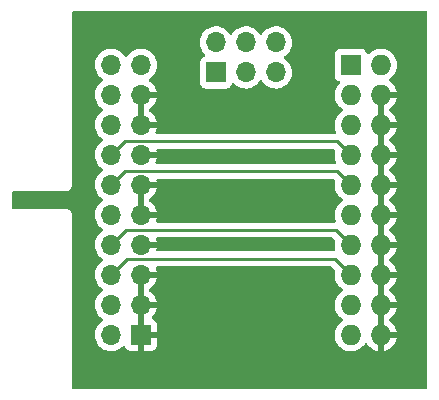
<source format=gbr>
G04 #@! TF.GenerationSoftware,KiCad,Pcbnew,(6.0.8)*
G04 #@! TF.CreationDate,2023-03-10T19:02:43+01:00*
G04 #@! TF.ProjectId,Jlink_power_supply,4a6c696e-6b5f-4706-9f77-65725f737570,rev?*
G04 #@! TF.SameCoordinates,Original*
G04 #@! TF.FileFunction,Copper,L2,Bot*
G04 #@! TF.FilePolarity,Positive*
%FSLAX46Y46*%
G04 Gerber Fmt 4.6, Leading zero omitted, Abs format (unit mm)*
G04 Created by KiCad (PCBNEW (6.0.8)) date 2023-03-10 19:02:43*
%MOMM*%
%LPD*%
G01*
G04 APERTURE LIST*
G04 #@! TA.AperFunction,ComponentPad*
%ADD10R,1.727200X1.727200*%
G04 #@! TD*
G04 #@! TA.AperFunction,ComponentPad*
%ADD11O,1.727200X1.727200*%
G04 #@! TD*
G04 #@! TA.AperFunction,ComponentPad*
%ADD12R,1.700000X1.700000*%
G04 #@! TD*
G04 #@! TA.AperFunction,ComponentPad*
%ADD13O,1.700000X1.700000*%
G04 #@! TD*
G04 #@! TA.AperFunction,ViaPad*
%ADD14C,0.800000*%
G04 #@! TD*
G04 #@! TA.AperFunction,Conductor*
%ADD15C,0.250000*%
G04 #@! TD*
G04 APERTURE END LIST*
D10*
X137160000Y-96520000D03*
D11*
X139700000Y-96520000D03*
X137160000Y-99060000D03*
X139700000Y-99060000D03*
X137160000Y-101600000D03*
X139700000Y-101600000D03*
X137160000Y-104140000D03*
X139700000Y-104140000D03*
X137160000Y-106680000D03*
X139700000Y-106680000D03*
X137160000Y-109220000D03*
X139700000Y-109220000D03*
X137160000Y-111760000D03*
X139700000Y-111760000D03*
X137160000Y-114300000D03*
X139700000Y-114300000D03*
X137160000Y-116840000D03*
X139700000Y-116840000D03*
X137160000Y-119380000D03*
X139700000Y-119380000D03*
D12*
X125730000Y-97155000D03*
D13*
X125730000Y-94615000D03*
X128270000Y-97155000D03*
X128270000Y-94615000D03*
X130810000Y-97155000D03*
X130810000Y-94615000D03*
D12*
X119380000Y-119380000D03*
D13*
X116840000Y-119380000D03*
X119380000Y-116840000D03*
X116840000Y-116840000D03*
X119380000Y-114300000D03*
X116840000Y-114300000D03*
X119380000Y-111760000D03*
X116840000Y-111760000D03*
X119380000Y-109220000D03*
X116840000Y-109220000D03*
X119380000Y-106680000D03*
X116840000Y-106680000D03*
X119380000Y-104140000D03*
X116840000Y-104140000D03*
X119380000Y-101600000D03*
X116840000Y-101600000D03*
X119380000Y-99060000D03*
X116840000Y-99060000D03*
X119380000Y-96520000D03*
X116840000Y-96520000D03*
D14*
X128905000Y-114300000D03*
D15*
X136296401Y-103276401D02*
X137160000Y-104140000D01*
X116840000Y-104140000D02*
X118015001Y-102964999D01*
X118015001Y-102964999D02*
X135984999Y-102964999D01*
X135984999Y-102964999D02*
X136296401Y-103276401D01*
X135984999Y-105504999D02*
X136296401Y-105816401D01*
X116840000Y-106680000D02*
X118015001Y-105504999D01*
X118015001Y-105504999D02*
X135984999Y-105504999D01*
X136296401Y-105816401D02*
X137160000Y-106680000D01*
X118110000Y-110490000D02*
X135890000Y-110490000D01*
X136296401Y-110896401D02*
X137160000Y-111760000D01*
X116840000Y-111760000D02*
X118110000Y-110490000D01*
X135890000Y-110490000D02*
X136296401Y-110896401D01*
X136296401Y-113436401D02*
X137160000Y-114300000D01*
X116840000Y-114300000D02*
X118204999Y-112935001D01*
X118204999Y-112935001D02*
X135795001Y-112935001D01*
X135795001Y-112935001D02*
X136296401Y-113436401D01*
G04 #@! TA.AperFunction,Conductor*
G36*
X143578621Y-91968502D02*
G01*
X143625114Y-92022158D01*
X143636500Y-92074500D01*
X143636500Y-123825500D01*
X143616498Y-123893621D01*
X143562842Y-123940114D01*
X143510500Y-123951500D01*
X113664500Y-123951500D01*
X113596379Y-123931498D01*
X113549886Y-123877842D01*
X113538500Y-123825500D01*
X113538500Y-119346695D01*
X115477251Y-119346695D01*
X115490110Y-119569715D01*
X115491247Y-119574761D01*
X115491248Y-119574767D01*
X115505449Y-119637778D01*
X115539222Y-119787639D01*
X115623266Y-119994616D01*
X115739987Y-120185088D01*
X115886250Y-120353938D01*
X116058126Y-120496632D01*
X116251000Y-120609338D01*
X116459692Y-120689030D01*
X116464760Y-120690061D01*
X116464763Y-120690062D01*
X116526803Y-120702684D01*
X116678597Y-120733567D01*
X116683772Y-120733757D01*
X116683774Y-120733757D01*
X116896673Y-120741564D01*
X116896677Y-120741564D01*
X116901837Y-120741753D01*
X116906957Y-120741097D01*
X116906959Y-120741097D01*
X117118288Y-120714025D01*
X117118289Y-120714025D01*
X117123416Y-120713368D01*
X117157421Y-120703166D01*
X117332429Y-120650661D01*
X117332434Y-120650659D01*
X117337384Y-120649174D01*
X117537994Y-120550896D01*
X117719860Y-120421173D01*
X117787331Y-120353938D01*
X117828479Y-120312933D01*
X117890851Y-120279017D01*
X117961658Y-120284205D01*
X118018419Y-120326851D01*
X118035401Y-120357954D01*
X118076676Y-120468054D01*
X118085214Y-120483649D01*
X118161715Y-120585724D01*
X118174276Y-120598285D01*
X118276351Y-120674786D01*
X118291946Y-120683324D01*
X118412394Y-120728478D01*
X118427649Y-120732105D01*
X118478514Y-120737631D01*
X118485328Y-120738000D01*
X119107885Y-120738000D01*
X119123124Y-120733525D01*
X119124329Y-120732135D01*
X119126000Y-120724452D01*
X119126000Y-120719884D01*
X119634000Y-120719884D01*
X119638475Y-120735123D01*
X119639865Y-120736328D01*
X119647548Y-120737999D01*
X120274669Y-120737999D01*
X120281490Y-120737629D01*
X120332352Y-120732105D01*
X120347604Y-120728479D01*
X120468054Y-120683324D01*
X120483649Y-120674786D01*
X120585724Y-120598285D01*
X120598285Y-120585724D01*
X120674786Y-120483649D01*
X120683324Y-120468054D01*
X120728478Y-120347606D01*
X120732105Y-120332351D01*
X120737631Y-120281486D01*
X120738000Y-120274672D01*
X120738000Y-119652115D01*
X120733525Y-119636876D01*
X120732135Y-119635671D01*
X120724452Y-119634000D01*
X119652115Y-119634000D01*
X119636876Y-119638475D01*
X119635671Y-119639865D01*
X119634000Y-119647548D01*
X119634000Y-120719884D01*
X119126000Y-120719884D01*
X119126000Y-119107885D01*
X119634000Y-119107885D01*
X119638475Y-119123124D01*
X119639865Y-119124329D01*
X119647548Y-119126000D01*
X120719884Y-119126000D01*
X120735123Y-119121525D01*
X120736328Y-119120135D01*
X120737999Y-119112452D01*
X120737999Y-118485331D01*
X120737629Y-118478510D01*
X120732105Y-118427648D01*
X120728479Y-118412396D01*
X120683324Y-118291946D01*
X120674786Y-118276351D01*
X120598285Y-118174276D01*
X120585724Y-118161715D01*
X120483649Y-118085214D01*
X120468054Y-118076676D01*
X120357297Y-118035155D01*
X120300533Y-117992513D01*
X120275833Y-117925952D01*
X120291040Y-117856603D01*
X120312587Y-117827922D01*
X120414057Y-117726805D01*
X120420730Y-117718965D01*
X120545003Y-117546020D01*
X120550313Y-117537183D01*
X120644670Y-117346267D01*
X120648469Y-117336672D01*
X120710377Y-117132910D01*
X120712555Y-117122837D01*
X120713986Y-117111962D01*
X120711775Y-117097778D01*
X120698617Y-117094000D01*
X119652115Y-117094000D01*
X119636876Y-117098475D01*
X119635671Y-117099865D01*
X119634000Y-117107548D01*
X119634000Y-119107885D01*
X119126000Y-119107885D01*
X119126000Y-116567885D01*
X119634000Y-116567885D01*
X119638475Y-116583124D01*
X119639865Y-116584329D01*
X119647548Y-116586000D01*
X120698344Y-116586000D01*
X120711875Y-116582027D01*
X120713180Y-116572947D01*
X120671214Y-116405875D01*
X120667894Y-116396124D01*
X120582972Y-116200814D01*
X120578105Y-116191739D01*
X120462426Y-116012926D01*
X120456136Y-116004757D01*
X120312806Y-115847240D01*
X120305273Y-115840215D01*
X120138139Y-115708222D01*
X120129552Y-115702517D01*
X120092116Y-115681851D01*
X120042146Y-115631419D01*
X120027374Y-115561976D01*
X120052490Y-115495571D01*
X120079842Y-115468964D01*
X120255327Y-115343792D01*
X120263200Y-115337139D01*
X120414052Y-115186812D01*
X120420730Y-115178965D01*
X120545003Y-115006020D01*
X120550313Y-114997183D01*
X120644670Y-114806267D01*
X120648469Y-114796672D01*
X120710377Y-114592910D01*
X120712555Y-114582837D01*
X120713986Y-114571962D01*
X120711775Y-114557778D01*
X120698617Y-114554000D01*
X119652115Y-114554000D01*
X119636876Y-114558475D01*
X119635671Y-114559865D01*
X119634000Y-114567548D01*
X119634000Y-116567885D01*
X119126000Y-116567885D01*
X119126000Y-113694501D01*
X119146002Y-113626380D01*
X119199658Y-113579887D01*
X119252000Y-113568501D01*
X119508000Y-113568501D01*
X119576121Y-113588503D01*
X119622614Y-113642159D01*
X119634000Y-113694501D01*
X119634000Y-114027885D01*
X119638475Y-114043124D01*
X119639865Y-114044329D01*
X119647548Y-114046000D01*
X120698344Y-114046000D01*
X120711875Y-114042027D01*
X120713180Y-114032947D01*
X120671214Y-113865875D01*
X120667894Y-113856124D01*
X120619465Y-113744743D01*
X120610645Y-113674296D01*
X120641312Y-113610265D01*
X120701729Y-113572977D01*
X120735015Y-113568501D01*
X135480407Y-113568501D01*
X135548528Y-113588503D01*
X135569502Y-113605406D01*
X135798727Y-113834631D01*
X135832753Y-113896943D01*
X135831050Y-113957397D01*
X135811503Y-114027885D01*
X135807585Y-114042013D01*
X135783609Y-114266362D01*
X135783906Y-114271514D01*
X135783906Y-114271518D01*
X135794692Y-114458574D01*
X135796597Y-114491614D01*
X135797734Y-114496660D01*
X135797735Y-114496666D01*
X135811978Y-114559865D01*
X135846200Y-114711720D01*
X135848142Y-114716502D01*
X135848143Y-114716506D01*
X135929142Y-114915982D01*
X135931086Y-114920769D01*
X135933785Y-114925173D01*
X136041341Y-115100689D01*
X136048975Y-115113147D01*
X136196702Y-115283687D01*
X136370299Y-115427810D01*
X136374751Y-115430412D01*
X136374756Y-115430415D01*
X136424069Y-115459231D01*
X136472792Y-115510870D01*
X136485863Y-115580653D01*
X136459131Y-115646425D01*
X136428595Y-115673783D01*
X136426335Y-115674960D01*
X136245905Y-115810430D01*
X136090024Y-115973550D01*
X135962878Y-116159940D01*
X135960704Y-116164624D01*
X135960702Y-116164627D01*
X135943905Y-116200814D01*
X135867881Y-116364593D01*
X135807585Y-116582013D01*
X135783609Y-116806362D01*
X135783906Y-116811514D01*
X135783906Y-116811518D01*
X135794692Y-116998574D01*
X135796597Y-117031614D01*
X135797734Y-117036660D01*
X135797735Y-117036666D01*
X135811978Y-117099865D01*
X135846200Y-117251720D01*
X135848142Y-117256502D01*
X135848143Y-117256506D01*
X135929142Y-117455982D01*
X135931086Y-117460769D01*
X135933785Y-117465173D01*
X136041341Y-117640689D01*
X136048975Y-117653147D01*
X136196702Y-117823687D01*
X136370299Y-117967810D01*
X136374751Y-117970412D01*
X136374756Y-117970415D01*
X136424069Y-117999231D01*
X136472792Y-118050870D01*
X136485863Y-118120653D01*
X136459131Y-118186425D01*
X136428595Y-118213783D01*
X136426335Y-118214960D01*
X136245905Y-118350430D01*
X136090024Y-118513550D01*
X135962878Y-118699940D01*
X135960704Y-118704624D01*
X135960702Y-118704627D01*
X135946214Y-118735840D01*
X135867881Y-118904593D01*
X135807585Y-119122013D01*
X135783609Y-119346362D01*
X135783906Y-119351514D01*
X135783906Y-119351518D01*
X135794692Y-119538574D01*
X135796597Y-119571614D01*
X135797734Y-119576660D01*
X135797735Y-119576666D01*
X135817805Y-119665721D01*
X135846200Y-119791720D01*
X135848142Y-119796502D01*
X135848143Y-119796506D01*
X135929142Y-119995982D01*
X135931086Y-120000769D01*
X135933785Y-120005173D01*
X136041341Y-120180689D01*
X136048975Y-120193147D01*
X136196702Y-120363687D01*
X136370299Y-120507810D01*
X136374751Y-120510412D01*
X136374756Y-120510415D01*
X136464091Y-120562618D01*
X136565103Y-120621645D01*
X136775884Y-120702134D01*
X136780952Y-120703165D01*
X136780955Y-120703166D01*
X136863127Y-120719884D01*
X136996981Y-120747117D01*
X137002156Y-120747307D01*
X137002158Y-120747307D01*
X137217292Y-120755196D01*
X137217296Y-120755196D01*
X137222456Y-120755385D01*
X137227576Y-120754729D01*
X137227578Y-120754729D01*
X137296985Y-120745838D01*
X137446253Y-120726716D01*
X137451202Y-120725231D01*
X137451208Y-120725230D01*
X137657413Y-120663365D01*
X137657412Y-120663365D01*
X137662363Y-120661880D01*
X137817817Y-120585724D01*
X137860331Y-120564897D01*
X137860336Y-120564894D01*
X137864982Y-120562618D01*
X137869192Y-120559615D01*
X137869197Y-120559612D01*
X138044455Y-120434601D01*
X138044459Y-120434597D01*
X138048667Y-120431596D01*
X138208487Y-120272333D01*
X138329686Y-120103667D01*
X138385680Y-120060019D01*
X138456384Y-120053573D01*
X138519348Y-120086376D01*
X138539441Y-120111358D01*
X138586682Y-120188448D01*
X138592765Y-120196759D01*
X138733665Y-120359417D01*
X138741032Y-120366633D01*
X138906606Y-120504095D01*
X138915053Y-120510010D01*
X139100859Y-120618586D01*
X139110146Y-120623036D01*
X139311198Y-120699810D01*
X139321091Y-120702684D01*
X139428248Y-120724485D01*
X139442300Y-120723290D01*
X139446000Y-120712945D01*
X139446000Y-120712229D01*
X139954000Y-120712229D01*
X139958064Y-120726071D01*
X139971479Y-120728105D01*
X139981025Y-120726882D01*
X139991095Y-120724742D01*
X140197225Y-120662900D01*
X140206832Y-120659134D01*
X140400076Y-120564464D01*
X140408934Y-120559185D01*
X140584141Y-120434211D01*
X140592003Y-120427567D01*
X140744445Y-120275656D01*
X140751122Y-120267811D01*
X140876702Y-120093047D01*
X140882013Y-120084208D01*
X140977358Y-119891292D01*
X140981156Y-119881699D01*
X141043716Y-119675791D01*
X141045893Y-119665721D01*
X141047705Y-119651960D01*
X141045493Y-119637778D01*
X141032336Y-119634000D01*
X139972115Y-119634000D01*
X139956876Y-119638475D01*
X139955671Y-119639865D01*
X139954000Y-119647548D01*
X139954000Y-120712229D01*
X139446000Y-120712229D01*
X139446000Y-119107885D01*
X139954000Y-119107885D01*
X139958475Y-119123124D01*
X139959865Y-119124329D01*
X139967548Y-119126000D01*
X141032367Y-119126000D01*
X141045898Y-119122027D01*
X141047203Y-119112947D01*
X141004133Y-118941477D01*
X141000813Y-118931726D01*
X140914999Y-118734365D01*
X140910133Y-118725290D01*
X140793239Y-118544601D01*
X140786947Y-118536430D01*
X140642113Y-118377260D01*
X140634580Y-118370234D01*
X140465691Y-118236855D01*
X140457108Y-118231153D01*
X140437599Y-118220383D01*
X140387628Y-118169950D01*
X140372856Y-118100507D01*
X140397972Y-118034102D01*
X140425323Y-118007496D01*
X140584133Y-117894217D01*
X140592003Y-117887567D01*
X140744445Y-117735656D01*
X140751122Y-117727811D01*
X140876702Y-117553047D01*
X140882013Y-117544208D01*
X140977358Y-117351292D01*
X140981156Y-117341699D01*
X141043716Y-117135791D01*
X141045893Y-117125721D01*
X141047705Y-117111960D01*
X141045493Y-117097778D01*
X141032336Y-117094000D01*
X139972115Y-117094000D01*
X139956876Y-117098475D01*
X139955671Y-117099865D01*
X139954000Y-117107548D01*
X139954000Y-119107885D01*
X139446000Y-119107885D01*
X139446000Y-116567885D01*
X139954000Y-116567885D01*
X139958475Y-116583124D01*
X139959865Y-116584329D01*
X139967548Y-116586000D01*
X141032367Y-116586000D01*
X141045898Y-116582027D01*
X141047203Y-116572947D01*
X141004133Y-116401477D01*
X141000813Y-116391726D01*
X140914999Y-116194365D01*
X140910133Y-116185290D01*
X140793239Y-116004601D01*
X140786947Y-115996430D01*
X140642113Y-115837260D01*
X140634580Y-115830234D01*
X140465691Y-115696855D01*
X140457108Y-115691153D01*
X140437599Y-115680383D01*
X140387628Y-115629950D01*
X140372856Y-115560507D01*
X140397972Y-115494102D01*
X140425323Y-115467496D01*
X140584133Y-115354217D01*
X140592003Y-115347567D01*
X140744445Y-115195656D01*
X140751122Y-115187811D01*
X140876702Y-115013047D01*
X140882013Y-115004208D01*
X140977358Y-114811292D01*
X140981156Y-114801699D01*
X141043716Y-114595791D01*
X141045893Y-114585721D01*
X141047705Y-114571960D01*
X141045493Y-114557778D01*
X141032336Y-114554000D01*
X139972115Y-114554000D01*
X139956876Y-114558475D01*
X139955671Y-114559865D01*
X139954000Y-114567548D01*
X139954000Y-116567885D01*
X139446000Y-116567885D01*
X139446000Y-114027885D01*
X139954000Y-114027885D01*
X139958475Y-114043124D01*
X139959865Y-114044329D01*
X139967548Y-114046000D01*
X141032367Y-114046000D01*
X141045898Y-114042027D01*
X141047203Y-114032947D01*
X141004133Y-113861477D01*
X141000813Y-113851726D01*
X140914999Y-113654365D01*
X140910133Y-113645290D01*
X140793239Y-113464601D01*
X140786947Y-113456430D01*
X140642113Y-113297260D01*
X140634580Y-113290234D01*
X140465691Y-113156855D01*
X140457108Y-113151153D01*
X140437599Y-113140383D01*
X140387628Y-113089950D01*
X140372856Y-113020507D01*
X140397972Y-112954102D01*
X140425323Y-112927496D01*
X140584133Y-112814217D01*
X140592003Y-112807567D01*
X140744445Y-112655656D01*
X140751122Y-112647811D01*
X140876702Y-112473047D01*
X140882013Y-112464208D01*
X140977358Y-112271292D01*
X140981156Y-112261699D01*
X141043716Y-112055791D01*
X141045893Y-112045721D01*
X141047705Y-112031960D01*
X141045493Y-112017778D01*
X141032336Y-112014000D01*
X139972115Y-112014000D01*
X139956876Y-112018475D01*
X139955671Y-112019865D01*
X139954000Y-112027548D01*
X139954000Y-114027885D01*
X139446000Y-114027885D01*
X139446000Y-111487885D01*
X139954000Y-111487885D01*
X139958475Y-111503124D01*
X139959865Y-111504329D01*
X139967548Y-111506000D01*
X141032367Y-111506000D01*
X141045898Y-111502027D01*
X141047203Y-111492947D01*
X141004133Y-111321477D01*
X141000813Y-111311726D01*
X140914999Y-111114365D01*
X140910133Y-111105290D01*
X140793239Y-110924601D01*
X140786947Y-110916430D01*
X140642113Y-110757260D01*
X140634580Y-110750234D01*
X140465691Y-110616855D01*
X140457108Y-110611153D01*
X140437599Y-110600383D01*
X140387628Y-110549950D01*
X140372856Y-110480507D01*
X140397972Y-110414102D01*
X140425323Y-110387496D01*
X140584133Y-110274217D01*
X140592003Y-110267567D01*
X140744445Y-110115656D01*
X140751122Y-110107811D01*
X140876702Y-109933047D01*
X140882013Y-109924208D01*
X140977358Y-109731292D01*
X140981156Y-109721699D01*
X141043716Y-109515791D01*
X141045893Y-109505721D01*
X141047705Y-109491960D01*
X141045493Y-109477778D01*
X141032336Y-109474000D01*
X139972115Y-109474000D01*
X139956876Y-109478475D01*
X139955671Y-109479865D01*
X139954000Y-109487548D01*
X139954000Y-111487885D01*
X139446000Y-111487885D01*
X139446000Y-108947885D01*
X139954000Y-108947885D01*
X139958475Y-108963124D01*
X139959865Y-108964329D01*
X139967548Y-108966000D01*
X141032367Y-108966000D01*
X141045898Y-108962027D01*
X141047203Y-108952947D01*
X141004133Y-108781477D01*
X141000813Y-108771726D01*
X140914999Y-108574365D01*
X140910133Y-108565290D01*
X140793239Y-108384601D01*
X140786947Y-108376430D01*
X140642113Y-108217260D01*
X140634580Y-108210234D01*
X140465691Y-108076855D01*
X140457108Y-108071153D01*
X140437599Y-108060383D01*
X140387628Y-108009950D01*
X140372856Y-107940507D01*
X140397972Y-107874102D01*
X140425323Y-107847496D01*
X140584133Y-107734217D01*
X140592003Y-107727567D01*
X140744445Y-107575656D01*
X140751122Y-107567811D01*
X140876702Y-107393047D01*
X140882013Y-107384208D01*
X140977358Y-107191292D01*
X140981156Y-107181699D01*
X141043716Y-106975791D01*
X141045893Y-106965721D01*
X141047705Y-106951960D01*
X141045493Y-106937778D01*
X141032336Y-106934000D01*
X139972115Y-106934000D01*
X139956876Y-106938475D01*
X139955671Y-106939865D01*
X139954000Y-106947548D01*
X139954000Y-108947885D01*
X139446000Y-108947885D01*
X139446000Y-106407885D01*
X139954000Y-106407885D01*
X139958475Y-106423124D01*
X139959865Y-106424329D01*
X139967548Y-106426000D01*
X141032367Y-106426000D01*
X141045898Y-106422027D01*
X141047203Y-106412947D01*
X141004133Y-106241477D01*
X141000813Y-106231726D01*
X140914999Y-106034365D01*
X140910133Y-106025290D01*
X140793239Y-105844601D01*
X140786947Y-105836430D01*
X140642113Y-105677260D01*
X140634580Y-105670234D01*
X140465691Y-105536855D01*
X140457108Y-105531153D01*
X140437599Y-105520383D01*
X140387628Y-105469950D01*
X140372856Y-105400507D01*
X140397972Y-105334102D01*
X140425323Y-105307496D01*
X140584133Y-105194217D01*
X140592003Y-105187567D01*
X140744445Y-105035656D01*
X140751122Y-105027811D01*
X140876702Y-104853047D01*
X140882013Y-104844208D01*
X140977358Y-104651292D01*
X140981156Y-104641699D01*
X141043716Y-104435791D01*
X141045893Y-104425721D01*
X141047705Y-104411960D01*
X141045493Y-104397778D01*
X141032336Y-104394000D01*
X139972115Y-104394000D01*
X139956876Y-104398475D01*
X139955671Y-104399865D01*
X139954000Y-104407548D01*
X139954000Y-106407885D01*
X139446000Y-106407885D01*
X139446000Y-103867885D01*
X139954000Y-103867885D01*
X139958475Y-103883124D01*
X139959865Y-103884329D01*
X139967548Y-103886000D01*
X141032367Y-103886000D01*
X141045898Y-103882027D01*
X141047203Y-103872947D01*
X141004133Y-103701477D01*
X141000813Y-103691726D01*
X140914999Y-103494365D01*
X140910133Y-103485290D01*
X140793239Y-103304601D01*
X140786947Y-103296430D01*
X140642113Y-103137260D01*
X140634580Y-103130234D01*
X140465691Y-102996855D01*
X140457108Y-102991153D01*
X140437599Y-102980383D01*
X140387628Y-102929950D01*
X140372856Y-102860507D01*
X140397972Y-102794102D01*
X140425323Y-102767496D01*
X140584133Y-102654217D01*
X140592003Y-102647567D01*
X140744445Y-102495656D01*
X140751122Y-102487811D01*
X140876702Y-102313047D01*
X140882013Y-102304208D01*
X140977358Y-102111292D01*
X140981156Y-102101699D01*
X141043716Y-101895791D01*
X141045893Y-101885721D01*
X141047705Y-101871960D01*
X141045493Y-101857778D01*
X141032336Y-101854000D01*
X139972115Y-101854000D01*
X139956876Y-101858475D01*
X139955671Y-101859865D01*
X139954000Y-101867548D01*
X139954000Y-103867885D01*
X139446000Y-103867885D01*
X139446000Y-101327885D01*
X139954000Y-101327885D01*
X139958475Y-101343124D01*
X139959865Y-101344329D01*
X139967548Y-101346000D01*
X141032367Y-101346000D01*
X141045898Y-101342027D01*
X141047203Y-101332947D01*
X141004133Y-101161477D01*
X141000813Y-101151726D01*
X140914999Y-100954365D01*
X140910133Y-100945290D01*
X140793239Y-100764601D01*
X140786947Y-100756430D01*
X140642113Y-100597260D01*
X140634580Y-100590234D01*
X140465691Y-100456855D01*
X140457108Y-100451153D01*
X140437599Y-100440383D01*
X140387628Y-100389950D01*
X140372856Y-100320507D01*
X140397972Y-100254102D01*
X140425323Y-100227496D01*
X140584133Y-100114217D01*
X140592003Y-100107567D01*
X140744445Y-99955656D01*
X140751122Y-99947811D01*
X140876702Y-99773047D01*
X140882013Y-99764208D01*
X140977358Y-99571292D01*
X140981156Y-99561699D01*
X141043716Y-99355791D01*
X141045893Y-99345721D01*
X141047705Y-99331960D01*
X141045493Y-99317778D01*
X141032336Y-99314000D01*
X139972115Y-99314000D01*
X139956876Y-99318475D01*
X139955671Y-99319865D01*
X139954000Y-99327548D01*
X139954000Y-101327885D01*
X139446000Y-101327885D01*
X139446000Y-98932000D01*
X139466002Y-98863879D01*
X139519658Y-98817386D01*
X139572000Y-98806000D01*
X141032367Y-98806000D01*
X141045898Y-98802027D01*
X141047203Y-98792947D01*
X141004133Y-98621477D01*
X141000813Y-98611726D01*
X140914999Y-98414365D01*
X140910133Y-98405290D01*
X140793239Y-98224601D01*
X140786947Y-98216430D01*
X140642113Y-98057260D01*
X140634580Y-98050234D01*
X140465691Y-97916855D01*
X140457104Y-97911150D01*
X140438082Y-97900649D01*
X140388111Y-97850216D01*
X140373340Y-97780773D01*
X140398457Y-97714368D01*
X140425801Y-97687768D01*
X140588667Y-97571596D01*
X140748487Y-97412333D01*
X140880150Y-97229105D01*
X140980118Y-97026835D01*
X141045708Y-96810952D01*
X141059036Y-96709715D01*
X141074721Y-96590578D01*
X141074722Y-96590572D01*
X141075158Y-96587256D01*
X141076802Y-96520000D01*
X141058315Y-96295132D01*
X141003349Y-96076304D01*
X140913380Y-95869391D01*
X140847346Y-95767318D01*
X140793634Y-95684291D01*
X140793632Y-95684288D01*
X140790826Y-95679951D01*
X140638977Y-95513071D01*
X140634926Y-95509872D01*
X140634922Y-95509868D01*
X140465966Y-95376434D01*
X140465962Y-95376432D01*
X140461911Y-95373232D01*
X140455354Y-95369612D01*
X140360186Y-95317077D01*
X140264383Y-95264191D01*
X140051698Y-95188876D01*
X140001297Y-95179898D01*
X139834657Y-95150214D01*
X139834653Y-95150214D01*
X139829569Y-95149308D01*
X139757574Y-95148429D01*
X139609129Y-95146615D01*
X139609127Y-95146615D01*
X139603959Y-95146552D01*
X139380929Y-95180680D01*
X139166468Y-95250777D01*
X138966335Y-95354960D01*
X138962202Y-95358063D01*
X138962199Y-95358065D01*
X138879592Y-95420088D01*
X138785905Y-95490430D01*
X138779120Y-95497530D01*
X138722411Y-95556872D01*
X138660887Y-95592301D01*
X138589975Y-95588844D01*
X138532188Y-95547598D01*
X138513336Y-95514050D01*
X138477367Y-95418103D01*
X138474215Y-95409695D01*
X138386861Y-95293139D01*
X138270305Y-95205785D01*
X138133916Y-95154655D01*
X138071734Y-95147900D01*
X136248266Y-95147900D01*
X136186084Y-95154655D01*
X136049695Y-95205785D01*
X135933139Y-95293139D01*
X135845785Y-95409695D01*
X135794655Y-95546084D01*
X135787900Y-95608266D01*
X135787900Y-97431734D01*
X135794655Y-97493916D01*
X135845785Y-97630305D01*
X135933139Y-97746861D01*
X136049695Y-97834215D01*
X136058103Y-97837367D01*
X136153446Y-97873110D01*
X136210210Y-97915752D01*
X136234910Y-97982314D01*
X136219702Y-98051662D01*
X136200312Y-98078140D01*
X136090024Y-98193550D01*
X135962878Y-98379940D01*
X135960704Y-98384624D01*
X135960702Y-98384627D01*
X135899676Y-98516097D01*
X135867881Y-98584593D01*
X135807585Y-98802013D01*
X135783609Y-99026362D01*
X135783906Y-99031514D01*
X135783906Y-99031518D01*
X135794692Y-99218574D01*
X135796597Y-99251614D01*
X135797734Y-99256660D01*
X135797735Y-99256666D01*
X135811978Y-99319865D01*
X135846200Y-99471720D01*
X135848142Y-99476502D01*
X135848143Y-99476506D01*
X135929142Y-99675982D01*
X135931086Y-99680769D01*
X135933785Y-99685173D01*
X136041341Y-99860689D01*
X136048975Y-99873147D01*
X136196702Y-100043687D01*
X136370299Y-100187810D01*
X136374751Y-100190412D01*
X136374756Y-100190415D01*
X136424069Y-100219231D01*
X136472792Y-100270870D01*
X136485863Y-100340653D01*
X136459131Y-100406425D01*
X136428595Y-100433783D01*
X136426335Y-100434960D01*
X136245905Y-100570430D01*
X136090024Y-100733550D01*
X135962878Y-100919940D01*
X135960704Y-100924624D01*
X135960702Y-100924627D01*
X135943905Y-100960814D01*
X135867881Y-101124593D01*
X135807585Y-101342013D01*
X135783609Y-101566362D01*
X135783906Y-101571514D01*
X135783906Y-101571518D01*
X135794692Y-101758574D01*
X135796597Y-101791614D01*
X135797734Y-101796660D01*
X135797735Y-101796666D01*
X135811978Y-101859865D01*
X135846200Y-102011720D01*
X135848142Y-102016502D01*
X135848143Y-102016506D01*
X135905637Y-102158095D01*
X135912733Y-102228736D01*
X135880511Y-102291999D01*
X135819202Y-102327800D01*
X135788894Y-102331499D01*
X120736175Y-102331499D01*
X120668054Y-102311497D01*
X120621561Y-102257841D01*
X120611457Y-102187567D01*
X120623218Y-102149672D01*
X120644670Y-102106267D01*
X120648469Y-102096672D01*
X120710377Y-101892910D01*
X120712555Y-101882837D01*
X120713986Y-101871962D01*
X120711775Y-101857778D01*
X120698617Y-101854000D01*
X119652115Y-101854000D01*
X119636876Y-101858475D01*
X119635671Y-101859865D01*
X119634000Y-101867548D01*
X119634000Y-102205499D01*
X119613998Y-102273620D01*
X119560342Y-102320113D01*
X119508000Y-102331499D01*
X119252000Y-102331499D01*
X119183879Y-102311497D01*
X119137386Y-102257841D01*
X119126000Y-102205499D01*
X119126000Y-101327885D01*
X119634000Y-101327885D01*
X119638475Y-101343124D01*
X119639865Y-101344329D01*
X119647548Y-101346000D01*
X120698344Y-101346000D01*
X120711875Y-101342027D01*
X120713180Y-101332947D01*
X120671214Y-101165875D01*
X120667894Y-101156124D01*
X120582972Y-100960814D01*
X120578105Y-100951739D01*
X120462426Y-100772926D01*
X120456136Y-100764757D01*
X120312806Y-100607240D01*
X120305273Y-100600215D01*
X120138139Y-100468222D01*
X120129552Y-100462517D01*
X120092116Y-100441851D01*
X120042146Y-100391419D01*
X120027374Y-100321976D01*
X120052490Y-100255571D01*
X120079842Y-100228964D01*
X120255327Y-100103792D01*
X120263200Y-100097139D01*
X120414052Y-99946812D01*
X120420730Y-99938965D01*
X120545003Y-99766020D01*
X120550313Y-99757183D01*
X120644670Y-99566267D01*
X120648469Y-99556672D01*
X120710377Y-99352910D01*
X120712555Y-99342837D01*
X120713986Y-99331962D01*
X120711775Y-99317778D01*
X120698617Y-99314000D01*
X119652115Y-99314000D01*
X119636876Y-99318475D01*
X119635671Y-99319865D01*
X119634000Y-99327548D01*
X119634000Y-101327885D01*
X119126000Y-101327885D01*
X119126000Y-98932000D01*
X119146002Y-98863879D01*
X119199658Y-98817386D01*
X119252000Y-98806000D01*
X120698344Y-98806000D01*
X120711875Y-98802027D01*
X120713180Y-98792947D01*
X120671214Y-98625875D01*
X120667894Y-98616124D01*
X120582972Y-98420814D01*
X120578105Y-98411739D01*
X120462426Y-98232926D01*
X120456136Y-98224757D01*
X120312806Y-98067240D01*
X120305273Y-98060215D01*
X120138139Y-97928222D01*
X120129556Y-97922520D01*
X120092602Y-97902120D01*
X120042631Y-97851687D01*
X120027859Y-97782245D01*
X120052975Y-97715839D01*
X120080327Y-97689232D01*
X120132725Y-97651857D01*
X120259860Y-97561173D01*
X120418096Y-97403489D01*
X120477594Y-97320689D01*
X120545435Y-97226277D01*
X120548453Y-97222077D01*
X120569320Y-97179857D01*
X120645136Y-97026453D01*
X120645137Y-97026451D01*
X120647430Y-97021811D01*
X120712370Y-96808069D01*
X120741529Y-96586590D01*
X120743156Y-96520000D01*
X120724852Y-96297361D01*
X120670431Y-96080702D01*
X120581354Y-95875840D01*
X120460014Y-95688277D01*
X120309670Y-95523051D01*
X120305619Y-95519852D01*
X120305615Y-95519848D01*
X120138414Y-95387800D01*
X120138410Y-95387798D01*
X120134359Y-95384598D01*
X120113770Y-95373232D01*
X120076342Y-95352571D01*
X119938789Y-95276638D01*
X119933920Y-95274914D01*
X119933916Y-95274912D01*
X119733087Y-95203795D01*
X119733083Y-95203794D01*
X119728212Y-95202069D01*
X119723119Y-95201162D01*
X119723116Y-95201161D01*
X119513373Y-95163800D01*
X119513367Y-95163799D01*
X119508284Y-95162894D01*
X119434452Y-95161992D01*
X119290081Y-95160228D01*
X119290079Y-95160228D01*
X119284911Y-95160165D01*
X119064091Y-95193955D01*
X118851756Y-95263357D01*
X118821443Y-95279137D01*
X118675789Y-95354960D01*
X118653607Y-95366507D01*
X118649474Y-95369610D01*
X118649471Y-95369612D01*
X118483578Y-95494168D01*
X118474965Y-95500635D01*
X118471393Y-95504373D01*
X118329812Y-95652529D01*
X118320629Y-95662138D01*
X118213201Y-95819621D01*
X118158293Y-95864621D01*
X118087768Y-95872792D01*
X118024021Y-95841538D01*
X118003324Y-95817054D01*
X117922822Y-95692617D01*
X117922820Y-95692614D01*
X117920014Y-95688277D01*
X117769670Y-95523051D01*
X117765619Y-95519852D01*
X117765615Y-95519848D01*
X117598414Y-95387800D01*
X117598410Y-95387798D01*
X117594359Y-95384598D01*
X117573770Y-95373232D01*
X117536342Y-95352571D01*
X117398789Y-95276638D01*
X117393920Y-95274914D01*
X117393916Y-95274912D01*
X117193087Y-95203795D01*
X117193083Y-95203794D01*
X117188212Y-95202069D01*
X117183119Y-95201162D01*
X117183116Y-95201161D01*
X116973373Y-95163800D01*
X116973367Y-95163799D01*
X116968284Y-95162894D01*
X116894452Y-95161992D01*
X116750081Y-95160228D01*
X116750079Y-95160228D01*
X116744911Y-95160165D01*
X116524091Y-95193955D01*
X116311756Y-95263357D01*
X116281443Y-95279137D01*
X116135789Y-95354960D01*
X116113607Y-95366507D01*
X116109474Y-95369610D01*
X116109471Y-95369612D01*
X115943578Y-95494168D01*
X115934965Y-95500635D01*
X115931393Y-95504373D01*
X115789812Y-95652529D01*
X115780629Y-95662138D01*
X115777720Y-95666403D01*
X115777714Y-95666411D01*
X115737017Y-95726071D01*
X115654743Y-95846680D01*
X115560688Y-96049305D01*
X115500989Y-96264570D01*
X115477251Y-96486695D01*
X115477548Y-96491848D01*
X115477548Y-96491851D01*
X115482856Y-96583903D01*
X115490110Y-96709715D01*
X115491247Y-96714761D01*
X115491248Y-96714767D01*
X115491459Y-96715702D01*
X115539222Y-96927639D01*
X115623266Y-97134616D01*
X115674019Y-97217438D01*
X115737291Y-97320688D01*
X115739987Y-97325088D01*
X115886250Y-97493938D01*
X116058126Y-97636632D01*
X116100602Y-97661453D01*
X116131445Y-97679476D01*
X116180169Y-97731114D01*
X116193240Y-97800897D01*
X116166509Y-97866669D01*
X116126055Y-97900027D01*
X116113607Y-97906507D01*
X116109474Y-97909610D01*
X116109471Y-97909612D01*
X115939100Y-98037530D01*
X115934965Y-98040635D01*
X115881947Y-98096115D01*
X115784451Y-98198139D01*
X115780629Y-98202138D01*
X115654743Y-98386680D01*
X115608231Y-98486883D01*
X115565053Y-98579902D01*
X115560688Y-98589305D01*
X115500989Y-98804570D01*
X115477251Y-99026695D01*
X115490110Y-99249715D01*
X115491247Y-99254761D01*
X115491248Y-99254767D01*
X115491676Y-99256666D01*
X115539222Y-99467639D01*
X115623266Y-99674616D01*
X115739987Y-99865088D01*
X115886250Y-100033938D01*
X116058126Y-100176632D01*
X116071608Y-100184510D01*
X116131445Y-100219476D01*
X116180169Y-100271114D01*
X116193240Y-100340897D01*
X116166509Y-100406669D01*
X116126055Y-100440027D01*
X116113607Y-100446507D01*
X116109474Y-100449610D01*
X116109471Y-100449612D01*
X115939100Y-100577530D01*
X115934965Y-100580635D01*
X115931393Y-100584373D01*
X115784451Y-100738139D01*
X115780629Y-100742138D01*
X115777715Y-100746410D01*
X115777714Y-100746411D01*
X115770880Y-100756430D01*
X115654743Y-100926680D01*
X115638899Y-100960814D01*
X115565053Y-101119902D01*
X115560688Y-101129305D01*
X115500989Y-101344570D01*
X115477251Y-101566695D01*
X115490110Y-101789715D01*
X115491247Y-101794761D01*
X115491248Y-101794767D01*
X115491676Y-101796666D01*
X115539222Y-102007639D01*
X115623266Y-102214616D01*
X115739987Y-102405088D01*
X115886250Y-102573938D01*
X116058126Y-102716632D01*
X116081020Y-102730010D01*
X116131445Y-102759476D01*
X116180169Y-102811114D01*
X116193240Y-102880897D01*
X116166509Y-102946669D01*
X116126055Y-102980027D01*
X116113607Y-102986507D01*
X116109474Y-102989610D01*
X116109471Y-102989612D01*
X115939100Y-103117530D01*
X115934965Y-103120635D01*
X115931393Y-103124373D01*
X115784451Y-103278139D01*
X115780629Y-103282138D01*
X115777715Y-103286410D01*
X115777714Y-103286411D01*
X115770880Y-103296430D01*
X115654743Y-103466680D01*
X115652564Y-103471375D01*
X115580748Y-103626090D01*
X115560688Y-103669305D01*
X115500989Y-103884570D01*
X115477251Y-104106695D01*
X115490110Y-104329715D01*
X115491247Y-104334761D01*
X115491248Y-104334767D01*
X115491676Y-104336666D01*
X115539222Y-104547639D01*
X115623266Y-104754616D01*
X115739987Y-104945088D01*
X115886250Y-105113938D01*
X116058126Y-105256632D01*
X116081020Y-105270010D01*
X116131445Y-105299476D01*
X116180169Y-105351114D01*
X116193240Y-105420897D01*
X116166509Y-105486669D01*
X116126055Y-105520027D01*
X116113607Y-105526507D01*
X116109474Y-105529610D01*
X116109471Y-105529612D01*
X115939100Y-105657530D01*
X115934965Y-105660635D01*
X115931393Y-105664373D01*
X115784451Y-105818139D01*
X115780629Y-105822138D01*
X115777715Y-105826410D01*
X115777714Y-105826411D01*
X115770880Y-105836430D01*
X115654743Y-106006680D01*
X115652564Y-106011375D01*
X115564347Y-106201423D01*
X115560688Y-106209305D01*
X115500989Y-106424570D01*
X115477251Y-106646695D01*
X115477548Y-106651848D01*
X115477548Y-106651851D01*
X115484045Y-106764534D01*
X115490110Y-106869715D01*
X115491247Y-106874761D01*
X115491248Y-106874767D01*
X115497615Y-106903017D01*
X115539222Y-107087639D01*
X115623266Y-107294616D01*
X115739987Y-107485088D01*
X115886250Y-107653938D01*
X116058126Y-107796632D01*
X116071608Y-107804510D01*
X116131445Y-107839476D01*
X116180169Y-107891114D01*
X116193240Y-107960897D01*
X116166509Y-108026669D01*
X116126055Y-108060027D01*
X116113607Y-108066507D01*
X116109474Y-108069610D01*
X116109471Y-108069612D01*
X115939100Y-108197530D01*
X115934965Y-108200635D01*
X115931393Y-108204373D01*
X115784451Y-108358139D01*
X115780629Y-108362138D01*
X115777715Y-108366410D01*
X115777714Y-108366411D01*
X115770880Y-108376430D01*
X115654743Y-108546680D01*
X115612427Y-108637842D01*
X115565053Y-108739902D01*
X115560688Y-108749305D01*
X115500989Y-108964570D01*
X115477251Y-109186695D01*
X115477548Y-109191848D01*
X115477548Y-109191851D01*
X115483011Y-109286590D01*
X115490110Y-109409715D01*
X115491247Y-109414761D01*
X115491248Y-109414767D01*
X115504597Y-109474000D01*
X115539222Y-109627639D01*
X115623266Y-109834616D01*
X115739987Y-110025088D01*
X115886250Y-110193938D01*
X116058126Y-110336632D01*
X116081020Y-110350010D01*
X116131445Y-110379476D01*
X116180169Y-110431114D01*
X116193240Y-110500897D01*
X116166509Y-110566669D01*
X116126055Y-110600027D01*
X116113607Y-110606507D01*
X116109474Y-110609610D01*
X116109471Y-110609612D01*
X115939100Y-110737530D01*
X115934965Y-110740635D01*
X115931393Y-110744373D01*
X115784451Y-110898139D01*
X115780629Y-110902138D01*
X115777715Y-110906410D01*
X115777714Y-110906411D01*
X115770880Y-110916430D01*
X115654743Y-111086680D01*
X115560688Y-111289305D01*
X115500989Y-111504570D01*
X115477251Y-111726695D01*
X115490110Y-111949715D01*
X115491247Y-111954761D01*
X115491248Y-111954767D01*
X115491677Y-111956669D01*
X115539222Y-112167639D01*
X115623266Y-112374616D01*
X115739987Y-112565088D01*
X115886250Y-112733938D01*
X116058126Y-112876632D01*
X116081020Y-112890010D01*
X116131445Y-112919476D01*
X116180169Y-112971114D01*
X116193240Y-113040897D01*
X116166509Y-113106669D01*
X116126055Y-113140027D01*
X116113607Y-113146507D01*
X116109474Y-113149610D01*
X116109471Y-113149612D01*
X115939100Y-113277530D01*
X115934965Y-113280635D01*
X115931393Y-113284373D01*
X115784451Y-113438139D01*
X115780629Y-113442138D01*
X115777715Y-113446410D01*
X115777714Y-113446411D01*
X115770880Y-113456430D01*
X115654743Y-113626680D01*
X115560688Y-113829305D01*
X115500989Y-114044570D01*
X115477251Y-114266695D01*
X115490110Y-114489715D01*
X115491247Y-114494761D01*
X115491248Y-114494767D01*
X115491676Y-114496666D01*
X115539222Y-114707639D01*
X115623266Y-114914616D01*
X115739987Y-115105088D01*
X115886250Y-115273938D01*
X116058126Y-115416632D01*
X116071608Y-115424510D01*
X116131445Y-115459476D01*
X116180169Y-115511114D01*
X116193240Y-115580897D01*
X116166509Y-115646669D01*
X116126055Y-115680027D01*
X116113607Y-115686507D01*
X116109474Y-115689610D01*
X116109471Y-115689612D01*
X115939100Y-115817530D01*
X115934965Y-115820635D01*
X115931393Y-115824373D01*
X115784451Y-115978139D01*
X115780629Y-115982138D01*
X115777715Y-115986410D01*
X115777714Y-115986411D01*
X115770880Y-115996430D01*
X115654743Y-116166680D01*
X115638899Y-116200814D01*
X115565053Y-116359902D01*
X115560688Y-116369305D01*
X115500989Y-116584570D01*
X115477251Y-116806695D01*
X115490110Y-117029715D01*
X115491247Y-117034761D01*
X115491248Y-117034767D01*
X115491676Y-117036666D01*
X115539222Y-117247639D01*
X115623266Y-117454616D01*
X115739987Y-117645088D01*
X115886250Y-117813938D01*
X116058126Y-117956632D01*
X116071608Y-117964510D01*
X116131445Y-117999476D01*
X116180169Y-118051114D01*
X116193240Y-118120897D01*
X116166509Y-118186669D01*
X116126055Y-118220027D01*
X116113607Y-118226507D01*
X116109474Y-118229610D01*
X116109471Y-118229612D01*
X115939100Y-118357530D01*
X115934965Y-118360635D01*
X115895128Y-118402322D01*
X115784451Y-118518139D01*
X115780629Y-118522138D01*
X115777715Y-118526410D01*
X115777714Y-118526411D01*
X115770880Y-118536430D01*
X115654743Y-118706680D01*
X115607716Y-118807992D01*
X115565053Y-118899902D01*
X115560688Y-118909305D01*
X115500989Y-119124570D01*
X115477251Y-119346695D01*
X113538500Y-119346695D01*
X113538500Y-109228623D01*
X113538502Y-109227853D01*
X113538753Y-109186695D01*
X113538976Y-109150279D01*
X113530850Y-109121847D01*
X113527272Y-109105085D01*
X113524352Y-109084698D01*
X113523080Y-109075813D01*
X113512451Y-109052436D01*
X113506004Y-109034913D01*
X113501416Y-109018862D01*
X113498949Y-109010229D01*
X113490830Y-108997361D01*
X113483170Y-108985220D01*
X113475030Y-108970135D01*
X113462792Y-108943218D01*
X113446030Y-108923765D01*
X113434927Y-108908761D01*
X113421224Y-108887042D01*
X113414499Y-108881103D01*
X113414496Y-108881099D01*
X113399062Y-108867468D01*
X113387018Y-108855276D01*
X113373573Y-108839673D01*
X113373570Y-108839671D01*
X113367713Y-108832873D01*
X113346165Y-108818906D01*
X113331291Y-108807615D01*
X113318783Y-108796569D01*
X113318782Y-108796568D01*
X113312049Y-108790622D01*
X113285287Y-108778057D01*
X113270309Y-108769737D01*
X113253017Y-108758529D01*
X113253012Y-108758527D01*
X113245485Y-108753648D01*
X113236892Y-108751078D01*
X113236887Y-108751076D01*
X113220880Y-108746289D01*
X113203436Y-108739628D01*
X113188324Y-108732533D01*
X113188322Y-108732532D01*
X113180200Y-108728719D01*
X113171333Y-108727338D01*
X113171332Y-108727338D01*
X113161690Y-108725837D01*
X113150983Y-108724170D01*
X113134268Y-108720387D01*
X113114534Y-108714485D01*
X113114528Y-108714484D01*
X113105934Y-108711914D01*
X113096963Y-108711859D01*
X113096962Y-108711859D01*
X113086903Y-108711798D01*
X113071494Y-108711704D01*
X113070711Y-108711671D01*
X113069614Y-108711500D01*
X113038623Y-108711500D01*
X113037853Y-108711498D01*
X112964215Y-108711048D01*
X112964214Y-108711048D01*
X112960279Y-108711024D01*
X112958935Y-108711408D01*
X112957590Y-108711500D01*
X108584500Y-108711500D01*
X108516379Y-108691498D01*
X108469886Y-108637842D01*
X108458500Y-108585500D01*
X108458500Y-107314500D01*
X108478502Y-107246379D01*
X108532158Y-107199886D01*
X108584500Y-107188500D01*
X113021377Y-107188500D01*
X113022148Y-107188502D01*
X113099721Y-107188976D01*
X113128152Y-107180850D01*
X113144915Y-107177272D01*
X113174187Y-107173080D01*
X113197564Y-107162451D01*
X113215087Y-107156004D01*
X113239771Y-107148949D01*
X113247365Y-107144157D01*
X113247368Y-107144156D01*
X113264780Y-107133170D01*
X113279865Y-107125030D01*
X113306782Y-107112792D01*
X113326235Y-107096030D01*
X113341239Y-107084927D01*
X113362958Y-107071224D01*
X113368897Y-107064499D01*
X113368901Y-107064496D01*
X113382532Y-107049062D01*
X113394724Y-107037018D01*
X113410327Y-107023573D01*
X113410329Y-107023570D01*
X113417127Y-107017713D01*
X113431094Y-106996165D01*
X113442385Y-106981291D01*
X113453431Y-106968783D01*
X113453432Y-106968782D01*
X113459378Y-106962049D01*
X113471943Y-106935287D01*
X113480263Y-106920309D01*
X113491471Y-106903017D01*
X113491473Y-106903012D01*
X113496352Y-106895485D01*
X113498922Y-106886892D01*
X113498924Y-106886887D01*
X113503711Y-106870880D01*
X113510372Y-106853436D01*
X113517467Y-106838324D01*
X113517468Y-106838322D01*
X113521281Y-106830200D01*
X113525830Y-106800983D01*
X113529613Y-106784268D01*
X113535515Y-106764534D01*
X113535516Y-106764528D01*
X113538086Y-106755934D01*
X113538296Y-106721494D01*
X113538329Y-106720711D01*
X113538500Y-106719614D01*
X113538500Y-106688623D01*
X113538502Y-106687853D01*
X113538952Y-106614215D01*
X113538952Y-106614214D01*
X113538976Y-106610279D01*
X113538592Y-106608935D01*
X113538500Y-106607590D01*
X113538500Y-94581695D01*
X124367251Y-94581695D01*
X124367548Y-94586848D01*
X124367548Y-94586851D01*
X124373011Y-94681590D01*
X124380110Y-94804715D01*
X124381247Y-94809761D01*
X124381248Y-94809767D01*
X124401119Y-94897939D01*
X124429222Y-95022639D01*
X124513266Y-95229616D01*
X124552193Y-95293139D01*
X124627291Y-95415688D01*
X124629987Y-95420088D01*
X124776250Y-95588938D01*
X124780230Y-95592242D01*
X124784981Y-95596187D01*
X124824616Y-95655090D01*
X124826113Y-95726071D01*
X124788997Y-95786593D01*
X124748725Y-95811112D01*
X124667564Y-95841538D01*
X124633295Y-95854385D01*
X124516739Y-95941739D01*
X124429385Y-96058295D01*
X124378255Y-96194684D01*
X124371500Y-96256866D01*
X124371500Y-98053134D01*
X124378255Y-98115316D01*
X124429385Y-98251705D01*
X124516739Y-98368261D01*
X124633295Y-98455615D01*
X124769684Y-98506745D01*
X124831866Y-98513500D01*
X126628134Y-98513500D01*
X126690316Y-98506745D01*
X126826705Y-98455615D01*
X126943261Y-98368261D01*
X127030615Y-98251705D01*
X127043954Y-98216124D01*
X127074598Y-98134382D01*
X127117240Y-98077618D01*
X127183802Y-98052918D01*
X127253150Y-98068126D01*
X127287817Y-98096114D01*
X127316250Y-98128938D01*
X127488126Y-98271632D01*
X127681000Y-98384338D01*
X127685825Y-98386180D01*
X127685826Y-98386181D01*
X127699428Y-98391375D01*
X127889692Y-98464030D01*
X127894760Y-98465061D01*
X127894763Y-98465062D01*
X128002017Y-98486883D01*
X128108597Y-98508567D01*
X128113772Y-98508757D01*
X128113774Y-98508757D01*
X128326673Y-98516564D01*
X128326677Y-98516564D01*
X128331837Y-98516753D01*
X128336957Y-98516097D01*
X128336959Y-98516097D01*
X128548288Y-98489025D01*
X128548289Y-98489025D01*
X128553416Y-98488368D01*
X128558366Y-98486883D01*
X128762429Y-98425661D01*
X128762434Y-98425659D01*
X128767384Y-98424174D01*
X128967994Y-98325896D01*
X129149860Y-98196173D01*
X129308096Y-98038489D01*
X129407591Y-97900027D01*
X129438453Y-97857077D01*
X129439776Y-97858028D01*
X129486645Y-97814857D01*
X129556580Y-97802625D01*
X129622026Y-97830144D01*
X129649875Y-97861994D01*
X129656318Y-97872508D01*
X129709987Y-97960088D01*
X129856250Y-98128938D01*
X130028126Y-98271632D01*
X130221000Y-98384338D01*
X130225825Y-98386180D01*
X130225826Y-98386181D01*
X130239428Y-98391375D01*
X130429692Y-98464030D01*
X130434760Y-98465061D01*
X130434763Y-98465062D01*
X130542017Y-98486883D01*
X130648597Y-98508567D01*
X130653772Y-98508757D01*
X130653774Y-98508757D01*
X130866673Y-98516564D01*
X130866677Y-98516564D01*
X130871837Y-98516753D01*
X130876957Y-98516097D01*
X130876959Y-98516097D01*
X131088288Y-98489025D01*
X131088289Y-98489025D01*
X131093416Y-98488368D01*
X131098366Y-98486883D01*
X131302429Y-98425661D01*
X131302434Y-98425659D01*
X131307384Y-98424174D01*
X131507994Y-98325896D01*
X131689860Y-98196173D01*
X131848096Y-98038489D01*
X131958141Y-97885345D01*
X131975435Y-97861277D01*
X131978453Y-97857077D01*
X131985839Y-97842134D01*
X132075136Y-97661453D01*
X132075137Y-97661451D01*
X132077430Y-97656811D01*
X132109900Y-97549940D01*
X132140865Y-97448023D01*
X132140865Y-97448021D01*
X132142370Y-97443069D01*
X132171529Y-97221590D01*
X132171611Y-97218240D01*
X132173074Y-97158365D01*
X132173074Y-97158361D01*
X132173156Y-97155000D01*
X132154852Y-96932361D01*
X132100431Y-96715702D01*
X132011354Y-96510840D01*
X131890014Y-96323277D01*
X131739670Y-96158051D01*
X131735619Y-96154852D01*
X131735615Y-96154848D01*
X131568414Y-96022800D01*
X131568410Y-96022798D01*
X131564359Y-96019598D01*
X131523053Y-95996796D01*
X131473084Y-95946364D01*
X131458312Y-95876921D01*
X131483428Y-95810516D01*
X131510780Y-95783909D01*
X131554603Y-95752650D01*
X131689860Y-95656173D01*
X131848096Y-95498489D01*
X131907594Y-95415689D01*
X131975435Y-95321277D01*
X131978453Y-95317077D01*
X131986736Y-95300319D01*
X132075136Y-95121453D01*
X132075137Y-95121451D01*
X132077430Y-95116811D01*
X132142370Y-94903069D01*
X132171529Y-94681590D01*
X132173156Y-94615000D01*
X132154852Y-94392361D01*
X132100431Y-94175702D01*
X132011354Y-93970840D01*
X131890014Y-93783277D01*
X131739670Y-93618051D01*
X131735619Y-93614852D01*
X131735615Y-93614848D01*
X131568414Y-93482800D01*
X131568410Y-93482798D01*
X131564359Y-93479598D01*
X131368789Y-93371638D01*
X131363920Y-93369914D01*
X131363916Y-93369912D01*
X131163087Y-93298795D01*
X131163083Y-93298794D01*
X131158212Y-93297069D01*
X131153119Y-93296162D01*
X131153116Y-93296161D01*
X130943373Y-93258800D01*
X130943367Y-93258799D01*
X130938284Y-93257894D01*
X130864452Y-93256992D01*
X130720081Y-93255228D01*
X130720079Y-93255228D01*
X130714911Y-93255165D01*
X130494091Y-93288955D01*
X130281756Y-93358357D01*
X130083607Y-93461507D01*
X130079474Y-93464610D01*
X130079471Y-93464612D01*
X130055247Y-93482800D01*
X129904965Y-93595635D01*
X129750629Y-93757138D01*
X129643201Y-93914621D01*
X129588293Y-93959621D01*
X129517768Y-93967792D01*
X129454021Y-93936538D01*
X129433324Y-93912054D01*
X129352822Y-93787617D01*
X129352820Y-93787614D01*
X129350014Y-93783277D01*
X129199670Y-93618051D01*
X129195619Y-93614852D01*
X129195615Y-93614848D01*
X129028414Y-93482800D01*
X129028410Y-93482798D01*
X129024359Y-93479598D01*
X128828789Y-93371638D01*
X128823920Y-93369914D01*
X128823916Y-93369912D01*
X128623087Y-93298795D01*
X128623083Y-93298794D01*
X128618212Y-93297069D01*
X128613119Y-93296162D01*
X128613116Y-93296161D01*
X128403373Y-93258800D01*
X128403367Y-93258799D01*
X128398284Y-93257894D01*
X128324452Y-93256992D01*
X128180081Y-93255228D01*
X128180079Y-93255228D01*
X128174911Y-93255165D01*
X127954091Y-93288955D01*
X127741756Y-93358357D01*
X127543607Y-93461507D01*
X127539474Y-93464610D01*
X127539471Y-93464612D01*
X127515247Y-93482800D01*
X127364965Y-93595635D01*
X127210629Y-93757138D01*
X127103201Y-93914621D01*
X127048293Y-93959621D01*
X126977768Y-93967792D01*
X126914021Y-93936538D01*
X126893324Y-93912054D01*
X126812822Y-93787617D01*
X126812820Y-93787614D01*
X126810014Y-93783277D01*
X126659670Y-93618051D01*
X126655619Y-93614852D01*
X126655615Y-93614848D01*
X126488414Y-93482800D01*
X126488410Y-93482798D01*
X126484359Y-93479598D01*
X126288789Y-93371638D01*
X126283920Y-93369914D01*
X126283916Y-93369912D01*
X126083087Y-93298795D01*
X126083083Y-93298794D01*
X126078212Y-93297069D01*
X126073119Y-93296162D01*
X126073116Y-93296161D01*
X125863373Y-93258800D01*
X125863367Y-93258799D01*
X125858284Y-93257894D01*
X125784452Y-93256992D01*
X125640081Y-93255228D01*
X125640079Y-93255228D01*
X125634911Y-93255165D01*
X125414091Y-93288955D01*
X125201756Y-93358357D01*
X125003607Y-93461507D01*
X124999474Y-93464610D01*
X124999471Y-93464612D01*
X124975247Y-93482800D01*
X124824965Y-93595635D01*
X124670629Y-93757138D01*
X124544743Y-93941680D01*
X124450688Y-94144305D01*
X124390989Y-94359570D01*
X124367251Y-94581695D01*
X113538500Y-94581695D01*
X113538500Y-92074500D01*
X113558502Y-92006379D01*
X113612158Y-91959886D01*
X113664500Y-91948500D01*
X143510500Y-91948500D01*
X143578621Y-91968502D01*
G37*
G04 #@! TD.AperFunction*
G04 #@! TA.AperFunction,Conductor*
G36*
X119576121Y-111143502D02*
G01*
X119622614Y-111197158D01*
X119634000Y-111249500D01*
X119634000Y-111487885D01*
X119638475Y-111503124D01*
X119639865Y-111504329D01*
X119647548Y-111506000D01*
X120698344Y-111506000D01*
X120711875Y-111502027D01*
X120713180Y-111492947D01*
X120671214Y-111325875D01*
X120667894Y-111316123D01*
X120660772Y-111299744D01*
X120651951Y-111229297D01*
X120682617Y-111165265D01*
X120743033Y-111127977D01*
X120776321Y-111123500D01*
X135575405Y-111123500D01*
X135643526Y-111143502D01*
X135664501Y-111160405D01*
X135798729Y-111294634D01*
X135832754Y-111356946D01*
X135831050Y-111417401D01*
X135807585Y-111502013D01*
X135783609Y-111726362D01*
X135783906Y-111731514D01*
X135783906Y-111731518D01*
X135794692Y-111918574D01*
X135796597Y-111951614D01*
X135797736Y-111956667D01*
X135797736Y-111956669D01*
X135840809Y-112147801D01*
X135836273Y-112218652D01*
X135794151Y-112275803D01*
X135727817Y-112301109D01*
X135717892Y-112301501D01*
X120804818Y-112301501D01*
X120736697Y-112281499D01*
X120690204Y-112227843D01*
X120680100Y-112157569D01*
X120684259Y-112138873D01*
X120710379Y-112052903D01*
X120712555Y-112042837D01*
X120713986Y-112031962D01*
X120711775Y-112017778D01*
X120698617Y-112014000D01*
X119652115Y-112014000D01*
X119636876Y-112018475D01*
X119635671Y-112019865D01*
X119634000Y-112027548D01*
X119634000Y-112175501D01*
X119613998Y-112243622D01*
X119560342Y-112290115D01*
X119508000Y-112301501D01*
X119252000Y-112301501D01*
X119183879Y-112281499D01*
X119137386Y-112227843D01*
X119126000Y-112175501D01*
X119126000Y-111249500D01*
X119146002Y-111181379D01*
X119199658Y-111134886D01*
X119252000Y-111123500D01*
X119508000Y-111123500D01*
X119576121Y-111143502D01*
G37*
G04 #@! TD.AperFunction*
G04 #@! TA.AperFunction,Conductor*
G36*
X119576121Y-106158501D02*
G01*
X119622614Y-106212157D01*
X119634000Y-106264499D01*
X119634000Y-106407885D01*
X119638475Y-106423124D01*
X119639865Y-106424329D01*
X119647548Y-106426000D01*
X120698344Y-106426000D01*
X120711875Y-106422027D01*
X120713180Y-106412947D01*
X120683602Y-106295195D01*
X120686406Y-106224254D01*
X120727118Y-106166090D01*
X120792813Y-106139171D01*
X120805806Y-106138499D01*
X135670404Y-106138499D01*
X135738525Y-106158501D01*
X135759499Y-106175404D01*
X135798728Y-106214633D01*
X135832754Y-106276945D01*
X135831051Y-106337397D01*
X135807585Y-106422013D01*
X135783609Y-106646362D01*
X135783906Y-106651514D01*
X135783906Y-106651518D01*
X135793698Y-106821332D01*
X135796597Y-106871614D01*
X135797734Y-106876660D01*
X135797735Y-106876666D01*
X135811978Y-106939865D01*
X135846200Y-107091720D01*
X135848142Y-107096502D01*
X135848143Y-107096506D01*
X135929142Y-107295982D01*
X135931086Y-107300769D01*
X135947249Y-107327145D01*
X136041341Y-107480689D01*
X136048975Y-107493147D01*
X136196702Y-107663687D01*
X136370299Y-107807810D01*
X136374751Y-107810412D01*
X136374756Y-107810415D01*
X136424069Y-107839231D01*
X136472792Y-107890870D01*
X136485863Y-107960653D01*
X136459131Y-108026425D01*
X136428595Y-108053783D01*
X136426335Y-108054960D01*
X136245905Y-108190430D01*
X136090024Y-108353550D01*
X135962878Y-108539940D01*
X135960704Y-108544624D01*
X135960702Y-108544627D01*
X135870186Y-108739628D01*
X135867881Y-108744593D01*
X135807585Y-108962013D01*
X135783609Y-109186362D01*
X135783906Y-109191514D01*
X135783906Y-109191518D01*
X135789569Y-109289721D01*
X135796597Y-109411614D01*
X135797734Y-109416660D01*
X135797735Y-109416666D01*
X135811978Y-109479865D01*
X135846200Y-109631720D01*
X135848142Y-109636503D01*
X135848145Y-109636512D01*
X135867061Y-109683095D01*
X135874158Y-109753736D01*
X135841937Y-109817000D01*
X135780627Y-109852800D01*
X135750319Y-109856500D01*
X120775955Y-109856500D01*
X120707834Y-109836498D01*
X120661341Y-109782842D01*
X120651237Y-109712568D01*
X120655396Y-109693872D01*
X120710379Y-109512903D01*
X120712555Y-109502837D01*
X120713986Y-109491962D01*
X120711775Y-109477778D01*
X120698617Y-109474000D01*
X119652115Y-109474000D01*
X119636876Y-109478475D01*
X119635671Y-109479865D01*
X119634000Y-109487548D01*
X119634000Y-109730500D01*
X119613998Y-109798621D01*
X119560342Y-109845114D01*
X119508000Y-109856500D01*
X119252000Y-109856500D01*
X119183879Y-109836498D01*
X119137386Y-109782842D01*
X119126000Y-109730500D01*
X119126000Y-108947885D01*
X119634000Y-108947885D01*
X119638475Y-108963124D01*
X119639865Y-108964329D01*
X119647548Y-108966000D01*
X120698344Y-108966000D01*
X120711875Y-108962027D01*
X120713180Y-108952947D01*
X120671214Y-108785875D01*
X120667894Y-108776124D01*
X120582972Y-108580814D01*
X120578105Y-108571739D01*
X120462426Y-108392926D01*
X120456136Y-108384757D01*
X120312806Y-108227240D01*
X120305273Y-108220215D01*
X120138139Y-108088222D01*
X120129552Y-108082517D01*
X120092116Y-108061851D01*
X120042146Y-108011419D01*
X120027374Y-107941976D01*
X120052490Y-107875571D01*
X120079842Y-107848964D01*
X120255327Y-107723792D01*
X120263200Y-107717139D01*
X120414052Y-107566812D01*
X120420730Y-107558965D01*
X120545003Y-107386020D01*
X120550313Y-107377183D01*
X120644670Y-107186267D01*
X120648469Y-107176672D01*
X120710377Y-106972910D01*
X120712555Y-106962837D01*
X120713986Y-106951962D01*
X120711775Y-106937778D01*
X120698617Y-106934000D01*
X119652115Y-106934000D01*
X119636876Y-106938475D01*
X119635671Y-106939865D01*
X119634000Y-106947548D01*
X119634000Y-108947885D01*
X119126000Y-108947885D01*
X119126000Y-106264499D01*
X119146002Y-106196378D01*
X119199658Y-106149885D01*
X119252000Y-106138499D01*
X119508000Y-106138499D01*
X119576121Y-106158501D01*
G37*
G04 #@! TD.AperFunction*
G04 #@! TA.AperFunction,Conductor*
G36*
X119576121Y-103618501D02*
G01*
X119622614Y-103672157D01*
X119634000Y-103724499D01*
X119634000Y-103867885D01*
X119638475Y-103883124D01*
X119639865Y-103884329D01*
X119647548Y-103886000D01*
X120698344Y-103886000D01*
X120711875Y-103882027D01*
X120713180Y-103872947D01*
X120683602Y-103755195D01*
X120686406Y-103684254D01*
X120727118Y-103626090D01*
X120792813Y-103599171D01*
X120805806Y-103598499D01*
X135670404Y-103598499D01*
X135738525Y-103618501D01*
X135759499Y-103635404D01*
X135798728Y-103674633D01*
X135832754Y-103736945D01*
X135831051Y-103797397D01*
X135807585Y-103882013D01*
X135783609Y-104106362D01*
X135783906Y-104111514D01*
X135783906Y-104111518D01*
X135794692Y-104298574D01*
X135796597Y-104331614D01*
X135797734Y-104336660D01*
X135797735Y-104336666D01*
X135811978Y-104399865D01*
X135846200Y-104551720D01*
X135848142Y-104556502D01*
X135848143Y-104556506D01*
X135905637Y-104698095D01*
X135912733Y-104768736D01*
X135880511Y-104831999D01*
X135819202Y-104867800D01*
X135788894Y-104871499D01*
X120736175Y-104871499D01*
X120668054Y-104851497D01*
X120621561Y-104797841D01*
X120611457Y-104727567D01*
X120623218Y-104689672D01*
X120644670Y-104646267D01*
X120648469Y-104636672D01*
X120710377Y-104432910D01*
X120712555Y-104422837D01*
X120713986Y-104411962D01*
X120711775Y-104397778D01*
X120698617Y-104394000D01*
X119652115Y-104394000D01*
X119636876Y-104398475D01*
X119635671Y-104399865D01*
X119634000Y-104407548D01*
X119634000Y-104745499D01*
X119613998Y-104813620D01*
X119560342Y-104860113D01*
X119508000Y-104871499D01*
X119252000Y-104871499D01*
X119183879Y-104851497D01*
X119137386Y-104797841D01*
X119126000Y-104745499D01*
X119126000Y-103724499D01*
X119146002Y-103656378D01*
X119199658Y-103609885D01*
X119252000Y-103598499D01*
X119508000Y-103598499D01*
X119576121Y-103618501D01*
G37*
G04 #@! TD.AperFunction*
M02*

</source>
